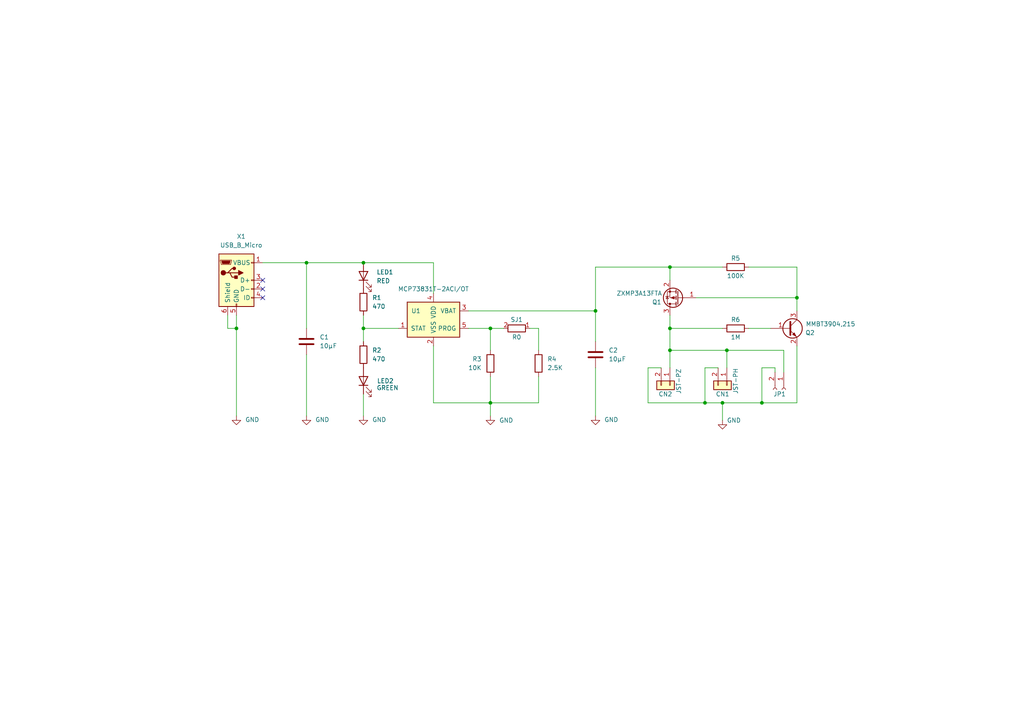
<source format=kicad_sch>
(kicad_sch (version 20211123) (generator eeschema)
  (paper "A4")
  (lib_symbols
    (symbol "Battery_Management:MCP73831-2-OT" (pin_names (offset 1.016))
      (property "Reference" "U1" (at 0 12.7 0))
      (property "Value" "MCP73831T-2ACI/OT" (at 0 10.16 0))
      (symbol "MCP73831-2-OT_0_1"
        (rectangle (start -7.62 5.08) (end 7.62 -5.08) (stroke (width 0.254)) (fill (type background)))
      )
      (symbol "MCP73831-2-OT_1_1"
        (pin output line (at -10.16 -2.54 0) (length 2.54) (name "STAT") (number "1"))
        (pin power_in line (at 0 -7.62 90) (length 2.54) (name "VSS") (number "2"))
        (pin power_out line (at 10.16 2.54 180) (length 2.54) (name "VBAT") (number "3"))
        (pin power_in line (at 0 7.62 270) (length 2.54) (name "VDD") (number "4"))
        (pin input line (at 10.16 -2.54 180) (length 2.54) (name "PROG") (number "5"))
      )
    )
    (symbol "Connector:Conn_01x02_Female" (pin_names (offset 1.016) hide)
      (property "Reference" "J" (at 0 2.54 0))
      (property "Value" "Conn_01x02_Female" (at 0 -5.08 0))
      (symbol "Conn_01x02_Female_1_1"
        (arc (start 0 -2.032) (mid -0.508 -2.54) (end 0 -3.048) (stroke (width 0.1524)))
        (polyline (pts (xy -1.27 -2.54) (xy -0.508 -2.54)) (stroke (width 0.1524)))
        (polyline (pts (xy -1.27 0) (xy -0.508 0)) (stroke (width 0.1524)))
        (arc (start 0 0.508) (mid -0.508 0) (end 0 -0.508) (stroke (width 0.1524)))
        (pin passive line (at -5.08 0 0) (length 3.81) (name "Pin_1") (number "1"))
        (pin passive line (at -5.08 -2.54 0) (length 3.81) (name "Pin_2") (number "2"))
      )
    )
    (symbol "Connector:USB_B_Micro" (pin_names (offset 1.016))
      (property "Reference" "J" (at -5.08 11.43 0))
      (property "Value" "USB_B_Micro" (at -5.08 8.89 0))
      (symbol "USB_B_Micro_0_1"
        (rectangle (start -5.08 -7.62) (end 5.08 7.62) (stroke (width 0.254)) (fill (type background)))
        (circle (center -3.81 2.159) (radius 0.635) (stroke (width 0.254)) (fill (type outline)))
        (circle (center -0.635 3.429) (radius 0.381) (stroke (width 0.254)) (fill (type outline)))
        (rectangle (start -0.127 -7.62) (end 0.127 -6.858))
        (polyline (pts (xy -1.905 2.159) (xy 0.635 2.159)) (stroke (width 0.254)))
        (polyline (pts (xy -3.175 2.159) (xy -2.54 2.159) (xy -1.27 3.429) (xy -0.635 3.429)) (stroke (width 0.254)))
        (polyline (pts (xy -2.54 2.159) (xy -1.905 2.159) (xy -1.27 0.889) (xy 0 0.889)) (stroke (width 0.254)))
        (polyline (pts (xy 0.635 2.794) (xy 0.635 1.524) (xy 1.905 2.159) (xy 0.635 2.794)) (stroke (width 0.254)) (fill (type outline)))
        (polyline (pts (xy -4.318 5.588) (xy -1.778 5.588) (xy -2.032 4.826) (xy -4.064 4.826) (xy -4.318 5.588)) (fill (type outline)))
        (polyline (pts (xy -4.699 5.842) (xy -4.699 5.588) (xy -4.445 4.826) (xy -4.445 4.572) (xy -1.651 4.572) (xy -1.651 4.826) (xy -1.397 5.588) (xy -1.397 5.842) (xy -4.699 5.842)))
        (rectangle (start 0.254 1.27) (end -0.508 0.508) (stroke (width 0.254)) (fill (type outline)))
        (rectangle (start 5.08 -5.207) (end 4.318 -4.953))
        (rectangle (start 5.08 -2.667) (end 4.318 -2.413))
        (rectangle (start 5.08 -0.127) (end 4.318 0.127))
        (rectangle (start 5.08 4.953) (end 4.318 5.207))
      )
      (symbol "USB_B_Micro_1_1"
        (pin power_out line (at 7.62 5.08 180) (length 2.54) (name "VBUS") (number "1"))
        (pin bidirectional line (at 7.62 -2.54 180) (length 2.54) (name "D-") (number "2"))
        (pin bidirectional line (at 7.62 0 180) (length 2.54) (name "D+") (number "3"))
        (pin passive line (at 7.62 -5.08 180) (length 2.54) (name "ID") (number "4"))
        (pin power_out line (at 0 -10.16 90) (length 2.54) (name "GND") (number "5"))
        (pin passive line (at -2.54 -10.16 90) (length 2.54) (name "Shield") (number "6"))
      )
    )
    (symbol "Connector_Generic:Conn_01x02" (pin_names (offset 1.016) hide)
      (property "Reference" "J" (at 0 2.54 0))
      (property "Value" "Conn_01x02" (at 0 -5.08 0))
      (symbol "Conn_01x02_1_1"
        (rectangle (start -1.27 -2.413) (end 0 -2.667) (stroke (width 0.1524)))
        (rectangle (start -1.27 0.127) (end 0 -0.127) (stroke (width 0.1524)))
        (rectangle (start -1.27 1.27) (end 1.27 -3.81) (stroke (width 0.254)) (fill (type background)))
        (pin passive line (at -5.08 0 0) (length 3.81) (name "Pin_1") (number "1"))
        (pin passive line (at -5.08 -2.54 0) (length 3.81) (name "Pin_2") (number "2"))
      )
    )
    (symbol "Device:C" (pin_numbers hide) (pin_names (offset 0.254))
      (property "Reference" "C" (at 0.635 2.54 0))
      (property "Value" "C" (at 0.635 -2.54 0))
      (symbol "C_0_1"
        (polyline (pts (xy -2.032 -0.762) (xy 2.032 -0.762)) (stroke (width 0.508)))
        (polyline (pts (xy -2.032 0.762) (xy 2.032 0.762)) (stroke (width 0.508)))
      )
      (symbol "C_1_1"
        (pin passive line (at 0 3.81 270) (length 2.794) (name "~") (number "1"))
        (pin passive line (at 0 -3.81 90) (length 2.794) (name "~") (number "2"))
      )
    )
    (symbol "Device:LED" (pin_numbers hide) (pin_names (offset 1.016) hide)
      (property "Reference" "D" (at 0 2.54 0))
      (property "Value" "LED" (at 0 -2.54 0))
      (symbol "LED_0_1"
        (polyline (pts (xy -1.27 -1.27) (xy -1.27 1.27)) (stroke (width 0.254)))
        (polyline (pts (xy -1.27 0) (xy 1.27 0)))
        (polyline (pts (xy 1.27 -1.27) (xy 1.27 1.27) (xy -1.27 0) (xy 1.27 -1.27)) (stroke (width 0.254)))
        (polyline (pts (xy -3.048 -0.762) (xy -4.572 -2.286) (xy -3.81 -2.286) (xy -4.572 -2.286) (xy -4.572 -1.524)))
        (polyline (pts (xy -1.778 -0.762) (xy -3.302 -2.286) (xy -2.54 -2.286) (xy -3.302 -2.286) (xy -3.302 -1.524)))
      )
      (symbol "LED_1_1"
        (pin passive line (at -3.81 0 0) (length 2.54) (name "K") (number "1"))
        (pin passive line (at 3.81 0 180) (length 2.54) (name "A") (number "2"))
      )
    )
    (symbol "Device:R" (pin_numbers hide) (pin_names (offset 0))
      (property "Reference" "R" (at 2.032 0 90))
      (property "Value" "R" (at 0 0 90))
      (symbol "R_0_1"
        (rectangle (start -1.016 -2.54) (end 1.016 2.54) (stroke (width 0.254)))
      )
      (symbol "R_1_1"
        (pin passive line (at 0 3.81 270) (length 1.27) (name "~") (number "1"))
        (pin passive line (at 0 -3.81 90) (length 1.27) (name "~") (number "2"))
      )
    )
    (symbol "Device:R_1" (pin_names (offset 0))
      (property "Reference" "R" (at 2.032 0 90))
      (property "Value" "R" (at 0 0 90))
      (symbol "R_1_0_1"
        (rectangle (start -1.016 -2.54) (end 1.016 2.54) (stroke (width 0.254)))
      )
      (symbol "R_1_1_1"
        (pin passive line (at 0 3.81 270) (length 1.27) (name "~") (number "1"))
        (pin passive line (at 0 -3.81 90) (length 1.27) (name "~") (number "2"))
      )
    )
    (symbol "Transistor_BJT:BC818" (pin_names (offset 0) hide)
      (property "Reference" "Q" (at 5.08 1.905 0))
      (property "Value" "BC818" (at 5.08 0 0))
      (symbol "BC818_0_1"
        (polyline (pts (xy 0.635 0.635) (xy 2.54 2.54)))
        (polyline (pts (xy 0.635 -0.635) (xy 2.54 -2.54) (xy 2.54 -2.54)))
        (polyline (pts (xy 0.635 1.905) (xy 0.635 -1.905) (xy 0.635 -1.905)) (stroke (width 0.508)))
        (polyline (pts (xy 1.27 -1.778) (xy 1.778 -1.27) (xy 2.286 -2.286) (xy 1.27 -1.778) (xy 1.27 -1.778)) (fill (type outline)))
        (circle (center 1.27 0) (radius 2.8194) (stroke (width 0.254)))
      )
      (symbol "BC818_1_1"
        (pin input line (at -5.08 0 0) (length 5.715) (name "B") (number "1"))
        (pin passive line (at 2.54 -5.08 90) (length 2.54) (name "E") (number "2"))
        (pin passive line (at 2.54 5.08 270) (length 2.54) (name "C") (number "3"))
      )
    )
    (symbol "Transistor_FET:TP0610T" (pin_names hide)
      (property "Reference" "Q" (at 5.08 1.905 0))
      (property "Value" "TP0610T" (at 5.08 0 0))
      (symbol "TP0610T_0_1"
        (polyline (pts (xy 0.254 0) (xy -2.54 0)))
        (polyline (pts (xy 0.254 1.905) (xy 0.254 -1.905)) (stroke (width 0.254)))
        (polyline (pts (xy 0.762 -1.27) (xy 0.762 -2.286)) (stroke (width 0.254)))
        (polyline (pts (xy 0.762 0.508) (xy 0.762 -0.508)) (stroke (width 0.254)))
        (polyline (pts (xy 0.762 2.286) (xy 0.762 1.27)) (stroke (width 0.254)))
        (polyline (pts (xy 2.54 2.54) (xy 2.54 1.778)))
        (polyline (pts (xy 2.54 -2.54) (xy 2.54 0) (xy 0.762 0)))
        (polyline (pts (xy 0.762 1.778) (xy 3.302 1.778) (xy 3.302 -1.778) (xy 0.762 -1.778)))
        (polyline (pts (xy 2.286 0) (xy 1.27 0.381) (xy 1.27 -0.381) (xy 2.286 0)) (fill (type outline)))
        (polyline (pts (xy 2.794 -0.508) (xy 2.921 -0.381) (xy 3.683 -0.381) (xy 3.81 -0.254)))
        (polyline (pts (xy 3.302 -0.381) (xy 2.921 0.254) (xy 3.683 0.254) (xy 3.302 -0.381)))
        (circle (center 1.651 0) (radius 2.794) (stroke (width 0.254)))
        (circle (center 2.54 -1.778) (radius 0.254) (fill (type outline)))
        (circle (center 2.54 1.778) (radius 0.254) (fill (type outline)))
      )
      (symbol "TP0610T_1_1"
        (pin input line (at -5.08 0 0) (length 2.54) (name "G") (number "1"))
        (pin passive line (at 2.54 -5.08 90) (length 2.54) (name "S") (number "2"))
        (pin passive line (at 2.54 5.08 270) (length 2.54) (name "D") (number "3"))
      )
    )
    (symbol "power:GND" (power) (pin_names (offset 0))
      (property "Value" "GND" (at 0 -3.81 0))
      (symbol "GND_0_1"
        (polyline (pts (xy 0 0) (xy 0 -1.27) (xy 1.27 -1.27) (xy 0 -2.54) (xy -1.27 -1.27) (xy 0 -1.27)))
      )
      (symbol "GND_1_1"
        (pin power_in line (at 0 0 270) (length 0) hide (name "GND") (number "1"))
      )
    )
  )
  (junction (at 194.31 101.6) (diameter 0.9144))
  (junction (at 105.41 76.2) (diameter 0.9144))
  (junction (at 172.72 90.17) (diameter 0.9144))
  (junction (at 105.41 95.25) (diameter 0.9144))
  (junction (at 204.47 116.84))
  (junction (at 68.58 95.25))
  (junction (at 210.82 101.6) (diameter 0.9144))
  (junction (at 88.9 76.2))
  (junction (at 194.31 77.47) (diameter 0.9144))
  (junction (at 231.14 86.36) (diameter 0.9144))
  (junction (at 142.24 116.84) (diameter 0.9144))
  (junction (at 220.98 116.84) (diameter 0.9144))
  (junction (at 142.24 95.25) (diameter 0.9144))
  (junction (at 209.55 116.84))
  (junction (at 194.31 95.25) (diameter 0.9144))
  (no_connect (at 76.2 81.28))
  (no_connect (at 76.2 83.82))
  (no_connect (at 76.2 86.36))
  (wire (pts (xy 105.41 91.44) (xy 105.41 95.25)))
  (wire (pts (xy 105.41 95.25) (xy 105.41 99.06)))
  (wire (pts (xy 201.93 86.36) (xy 231.14 86.36)))
  (wire (pts (xy 142.24 95.25) (xy 142.24 101.6)))
  (wire (pts (xy 194.31 77.47) (xy 209.55 77.47)))
  (wire (pts (xy 68.58 95.25) (xy 66.04 95.25)))
  (wire (pts (xy 76.2 76.2) (xy 88.9 76.2)))
  (wire (pts (xy 153.67 95.25) (xy 156.21 95.25)))
  (wire (pts (xy 156.21 95.25) (xy 156.21 101.6)))
  (wire (pts (xy 220.98 106.68) (xy 220.98 116.84)))
  (wire (pts (xy 210.82 101.6) (xy 210.82 106.68)))
  (wire (pts (xy 191.77 106.68) (xy 187.96 106.68)))
  (wire (pts (xy 194.31 101.6) (xy 194.31 106.68)))
  (wire (pts (xy 194.31 101.6) (xy 210.82 101.6)))
  (wire (pts (xy 172.72 77.47) (xy 172.72 90.17)))
  (wire (pts (xy 172.72 77.47) (xy 194.31 77.47)))
  (wire (pts (xy 88.9 76.2) (xy 105.41 76.2)))
  (wire (pts (xy 125.73 116.84) (xy 142.24 116.84)))
  (wire (pts (xy 142.24 109.22) (xy 142.24 116.84)))
  (wire (pts (xy 105.41 76.2) (xy 125.73 76.2)))
  (wire (pts (xy 68.58 95.25) (xy 68.58 120.65)))
  (wire (pts (xy 217.17 95.25) (xy 223.52 95.25)))
  (wire (pts (xy 88.9 102.87) (xy 88.9 120.65)))
  (wire (pts (xy 125.73 100.33) (xy 125.73 116.84)))
  (wire (pts (xy 135.89 95.25) (xy 142.24 95.25)))
  (wire (pts (xy 142.24 95.25) (xy 146.05 95.25)))
  (wire (pts (xy 231.14 77.47) (xy 231.14 86.36)))
  (wire (pts (xy 231.14 86.36) (xy 231.14 90.17)))
  (wire (pts (xy 68.58 91.44) (xy 68.58 95.25)))
  (wire (pts (xy 208.28 106.68) (xy 204.47 106.68)))
  (wire (pts (xy 194.31 81.28) (xy 194.31 77.47)))
  (wire (pts (xy 227.33 101.6) (xy 210.82 101.6)))
  (wire (pts (xy 227.33 107.95) (xy 227.33 101.6)))
  (wire (pts (xy 135.89 90.17) (xy 172.72 90.17)))
  (wire (pts (xy 172.72 90.17) (xy 172.72 99.06)))
  (wire (pts (xy 172.72 106.68) (xy 172.72 120.65)))
  (wire (pts (xy 125.73 76.2) (xy 125.73 85.09)))
  (wire (pts (xy 224.79 106.68) (xy 220.98 106.68)))
  (wire (pts (xy 224.79 107.95) (xy 224.79 106.68)))
  (wire (pts (xy 142.24 116.84) (xy 142.24 120.65)))
  (wire (pts (xy 194.31 95.25) (xy 194.31 101.6)))
  (wire (pts (xy 209.55 116.84) (xy 220.98 116.84)))
  (wire (pts (xy 88.9 76.2) (xy 88.9 95.25)))
  (wire (pts (xy 105.41 114.3) (xy 105.41 120.65)))
  (wire (pts (xy 66.04 95.25) (xy 66.04 91.44)))
  (wire (pts (xy 156.21 109.22) (xy 156.21 116.84)))
  (wire (pts (xy 156.21 116.84) (xy 142.24 116.84)))
  (wire (pts (xy 187.96 116.84) (xy 204.47 116.84)))
  (wire (pts (xy 204.47 116.84) (xy 209.55 116.84)))
  (wire (pts (xy 220.98 116.84) (xy 231.14 116.84)))
  (wire (pts (xy 231.14 100.33) (xy 231.14 116.84)))
  (wire (pts (xy 209.55 116.84) (xy 209.55 121.92)))
  (wire (pts (xy 204.47 106.68) (xy 204.47 116.84)))
  (wire (pts (xy 217.17 77.47) (xy 231.14 77.47)))
  (wire (pts (xy 187.96 106.68) (xy 187.96 116.84)))
  (wire (pts (xy 194.31 91.44) (xy 194.31 95.25)))
  (wire (pts (xy 194.31 95.25) (xy 209.55 95.25)))
  (wire (pts (xy 105.41 95.25) (xy 115.57 95.25)))
  (symbol (lib_id "Device:C") (at 172.72 102.87 0) (unit 1)
    (property "Reference" "C2" (at 176.53 101.6 0) (effects (justify left)))
    (property "Value" "10µF" (at 176.53 104.14 0) (effects (justify left)))
    (property "Footprint" "Capacitor_SMD:C_0805_2012Metric" (effects hide))
  )
  (symbol (lib_id "power:GND") (at 142.24 120.65 0) (unit 1)
    (property "Reference" "#PWR0103" (effects hide))
    (property "Value" "GND" (at 144.78 121.92 0) (effects (justify left)))
  )
  (symbol (lib_id "Device:R") (at 213.36 95.25 90) (unit 1)
    (property "Reference" "R6" (at 213.36 92.71 90))
    (property "Value" "1M" (at 213.36 97.79 90))
    (property "Footprint" "Resistor_SMD:R_0805_2012Metric" (effects hide))
  )
  (symbol (lib_id "Connector_Generic:Conn_01x02") (at 194.31 111.76 270) (unit 1)
    (property "Reference" "CN2" (at 195.01 114.3 90) (effects (justify right)))
    (property "Value" "JST-PZ" (at 196.85 114.3 0) (effects (justify right)))
    (property "Footprint" "Connector_JST:JST_PH_S2B-PH-SM4-TB_1x02-1MP_P2.00mm_Horizontal" (effects hide))
  )
  (symbol (lib_id "power:GND") (at 172.72 120.65 0) (unit 1)
    (property "Reference" "#PWR?" (effects hide))
    (property "Value" "GND" (at 175.26 121.7294 0) (effects (justify left)))
  )
  (symbol (lib_id "power:GND") (at 88.9 120.65 0) (unit 1)
    (property "Reference" "#PWR?" (effects hide))
    (property "Value" "GND" (at 91.44 121.7294 0) (effects (justify left)))
  )
  (symbol (lib_id "Transistor_FET:TP0610T") (at 196.85 86.36 180) (unit 1)
    (property "Reference" "Q1" (at 190.5 87.63 0))
    (property "Value" "ZXMP3A13FTA" (at 185.42 85.09 0))
    (property "Footprint" "Package_TO_SOT_SMD:SOT-23" (effects hide))
    (property "Datasheet" "http://www.vishay.com/docs/70209/70209.pdf" (effects hide))
  )
  (symbol (lib_id "Device:LED") (at 105.41 110.49 90) (unit 1)
    (property "Reference" "LED2" (at 111.76 110.49 90))
    (property "Value" "GREEN" (at 109.22 111.76 90) (effects (justify right bottom)))
    (property "Footprint" "LED2" (effects hide))
  )
  (symbol (lib_id "Device:R") (at 105.41 87.63 0) (unit 1)
    (property "Reference" "R1" (at 107.95 86.3599 0) (effects (justify left)))
    (property "Value" "470" (at 107.95 88.8999 0) (effects (justify left)))
    (property "Footprint" "Resistor_SMD:R_0805_2012Metric" (effects hide))
  )
  (symbol (lib_id "Device:R") (at 142.24 105.41 0) (unit 1)
    (property "Reference" "R3" (at 139.7 104.14 0) (effects (justify right)))
    (property "Value" "10K" (at 139.7 106.68 0) (effects (justify right)))
    (property "Footprint" "Resistor_SMD:R_0805_2012Metric" (effects hide))
  )
  (symbol (lib_id "Device:R") (at 213.36 77.47 90) (unit 1)
    (property "Reference" "R5" (at 213.36 74.93 90))
    (property "Value" "100K" (at 213.36 80.01 90))
    (property "Footprint" "Resistor_SMD:R_0805_2012Metric" (effects hide))
  )
  (symbol (lib_id "power:GND") (at 105.41 120.65 0) (unit 1)
    (property "Reference" "#PWR?" (effects hide))
    (property "Value" "GND" (at 107.95 121.7294 0) (effects (justify left)))
  )
  (symbol (lib_id "Device:C") (at 88.9 99.06 0) (unit 1)
    (property "Reference" "C1" (at 92.71 97.7899 0) (effects (justify left)))
    (property "Value" "10µF" (at 92.71 100.3299 0) (effects (justify left)))
    (property "Footprint" "Capacitor_SMD:C_0805_2012Metric" (effects hide))
  )
  (symbol (lib_id "Connector_Generic:Conn_01x02") (at 210.82 111.76 270) (unit 1)
    (property "Reference" "CN1" (at 211.62 114.3 90) (effects (justify right)))
    (property "Value" "JST-PH" (at 213.36 114.3 0) (effects (justify right)))
    (property "Footprint" "Connector_JST:JST_PH_S2B-PH-SM4-TB_1x02-1MP_P2.00mm_Horizontal" (effects hide))
  )
  (symbol (lib_id "Connector:Conn_01x02_Female") (at 227.33 113.03 270) (unit 1)
    (property "Reference" "JP1" (at 224.29 114.3 90) (effects (justify left)))
    (property "Value" "Conn_01x02_Female" (effects hide))
    (property "Footprint" "Connector_PinHeader_2.54mm:PinHeader_1x02_P2.54mm_Vertical" (effects hide))
  )
  (symbol (lib_id "Device:R") (at 156.21 105.41 0) (unit 1)
    (property "Reference" "R4" (at 158.75 104.1399 0) (effects (justify left)))
    (property "Value" "2.5K" (at 158.75 106.6799 0) (effects (justify left)))
    (property "Footprint" "Resistor_SMD:R_0805_2012Metric" (effects hide))
  )
  (symbol (lib_id "Battery_Management:MCP73831-2-OT") (at 125.73 92.71 0) (unit 1)
    (property "Reference" "U1" (at 120.65 90.17 0))
    (property "Value" "MCP73831T-2ACI/OT" (at 125.73 83.82 0))
    (property "Footprint" "Package_TO_SOT_SMD:SOT-23-5" (effects hide))
    (property "Datasheet" "http://ww1.microchip.com/downloads/en/DeviceDoc/20001984g.pdf" (effects hide))
  )
  (symbol (lib_id "power:GND") (at 68.58 120.65 0) (unit 1)
    (property "Reference" "#PWR?" (effects hide))
    (property "Value" "GND" (at 71.12 121.7294 0) (effects (justify left)))
  )
  (symbol (lib_id "Device:R") (at 105.41 102.87 180) (unit 1)
    (property "Reference" "R2" (at 107.95 101.5999 0) (effects (justify right)))
    (property "Value" "470" (at 107.95 104.1399 0) (effects (justify right)))
    (property "Footprint" "Resistor_SMD:R_0805_2012Metric" (effects hide))
  )
  (symbol (lib_id "Device:LED") (at 105.41 80.01 90) (unit 1)
    (property "Reference" "LED1" (at 109.22 78.9304 90) (effects (justify right)))
    (property "Value" "RED" (at 109.22 81.4704 90) (effects (justify right)))
    (property "Footprint" "LED_SMD:LED_0805_2012Metric" (effects hide))
  )
  (symbol (lib_id "Transistor_BJT:BC818") (at 228.6 95.25 0) (unit 1)
    (property "Reference" "Q2" (at 234.95 96.52 0))
    (property "Value" "MMBT3904,215" (at 233.68 93.98 0) (effects (justify left)))
    (property "Footprint" "Package_TO_SOT_SMD:SOT-23" (effects hide))
    (property "Datasheet" "https://www.onsemi.com/pub/Collateral/BC818-D.pdf" (effects hide))
  )
  (symbol (lib_name "Device:R_1") (lib_id "Device:R") (at 149.86 95.25 270) (unit 1)
    (property "Reference" "SJ1" (at 149.86 92.71 90))
    (property "Value" "R0" (at 149.86 97.79 90))
    (property "Footprint" "Resistor_SMD:R_0805_2012Metric" (effects hide))
  )
  (symbol (lib_id "power:GND") (at 209.55 121.92 0) (unit 1)
    (property "Reference" "#PWR?" (effects hide))
    (property "Value" "GND" (at 210.82 121.92 0) (effects (justify left)))
  )
  (symbol (lib_id "Connector:USB_B_Micro") (at 68.58 81.28 0) (unit 1)
    (property "Reference" "X1" (at 69.977 68.58 0))
    (property "Value" "USB_B_Micro" (at 69.977 71.12 0))
    (property "Footprint" "Connector_USB:USB_Micro-B_Amphenol_10118194_Horizontal" (effects hide))
  )
)
</source>
